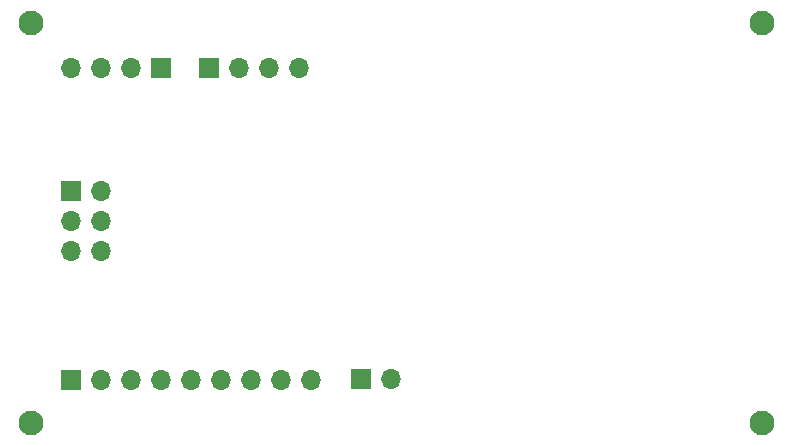
<source format=gbs>
%TF.GenerationSoftware,KiCad,Pcbnew,8.0.8*%
%TF.CreationDate,2025-09-10T22:03:36+03:00*%
%TF.ProjectId,MCU datalogger,4d435520-6461-4746-916c-6f676765722e,rev?*%
%TF.SameCoordinates,Original*%
%TF.FileFunction,Soldermask,Bot*%
%TF.FilePolarity,Negative*%
%FSLAX46Y46*%
G04 Gerber Fmt 4.6, Leading zero omitted, Abs format (unit mm)*
G04 Created by KiCad (PCBNEW 8.0.8) date 2025-09-10 22:03:36*
%MOMM*%
%LPD*%
G01*
G04 APERTURE LIST*
%ADD10C,2.100000*%
%ADD11R,1.700000X1.700000*%
%ADD12O,1.700000X1.700000*%
G04 APERTURE END LIST*
D10*
%TO.C,H3*%
X142130000Y-116910000D03*
%TD*%
%TO.C,H4*%
X142130000Y-150790000D03*
%TD*%
D11*
%TO.C,J1*%
X91230000Y-120740000D03*
D12*
X88690000Y-120740000D03*
X86150000Y-120740000D03*
X83610000Y-120740000D03*
%TD*%
D11*
%TO.C,J2*%
X95320000Y-120740000D03*
D12*
X97860000Y-120740000D03*
X100400000Y-120740000D03*
X102940000Y-120740000D03*
%TD*%
D11*
%TO.C,BT1*%
X108165000Y-147040000D03*
D12*
X110705000Y-147040000D03*
%TD*%
D10*
%TO.C,H1*%
X80270000Y-116910000D03*
%TD*%
%TO.C,H2*%
X80270000Y-150790000D03*
%TD*%
D11*
%TO.C,J3*%
X83630000Y-147110000D03*
D12*
X86170000Y-147110000D03*
X88710000Y-147110000D03*
X91250000Y-147110000D03*
X93790000Y-147110000D03*
X96330000Y-147110000D03*
X98870000Y-147110000D03*
X101410000Y-147110000D03*
X103950000Y-147110000D03*
%TD*%
D11*
%TO.C,J4*%
X83630000Y-131180000D03*
D12*
X86170000Y-131180000D03*
X83630000Y-133720000D03*
X86170000Y-133720000D03*
X83630000Y-136260000D03*
X86170000Y-136260000D03*
%TD*%
M02*

</source>
